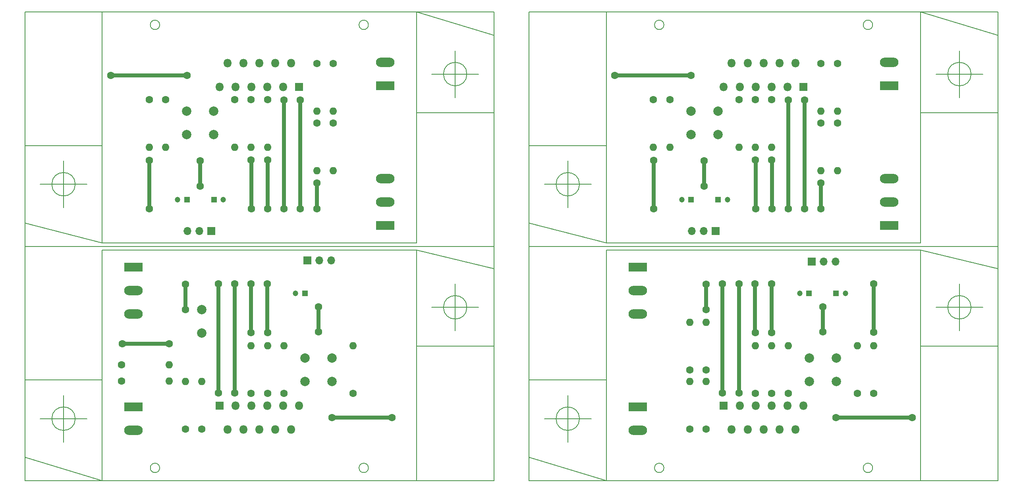
<source format=gbr>
%TF.GenerationSoftware,KiCad,Pcbnew,(6.0.9)*%
%TF.CreationDate,2022-12-17T23:36:50-03:00*%
%TF.ProjectId,Amplifier TDA7269A,416d706c-6966-4696-9572-205444413732,rev?*%
%TF.SameCoordinates,Original*%
%TF.FileFunction,Copper,L2,Bot*%
%TF.FilePolarity,Positive*%
%FSLAX46Y46*%
G04 Gerber Fmt 4.6, Leading zero omitted, Abs format (unit mm)*
G04 Created by KiCad (PCBNEW (6.0.9)) date 2022-12-17 23:36:50*
%MOMM*%
%LPD*%
G01*
G04 APERTURE LIST*
%TA.AperFunction,NonConductor*%
%ADD10C,0.200000*%
%TD*%
%TA.AperFunction,ComponentPad*%
%ADD11C,1.200000*%
%TD*%
%TA.AperFunction,ComponentPad*%
%ADD12R,1.200000X1.200000*%
%TD*%
%TA.AperFunction,ComponentPad*%
%ADD13R,1.700000X1.700000*%
%TD*%
%TA.AperFunction,ComponentPad*%
%ADD14O,1.700000X1.700000*%
%TD*%
%TA.AperFunction,ComponentPad*%
%ADD15C,2.000000*%
%TD*%
%TA.AperFunction,ComponentPad*%
%ADD16O,1.600000X1.600000*%
%TD*%
%TA.AperFunction,ComponentPad*%
%ADD17C,1.600000*%
%TD*%
%TA.AperFunction,ComponentPad*%
%ADD18O,3.960000X1.980000*%
%TD*%
%TA.AperFunction,ComponentPad*%
%ADD19R,3.960000X1.980000*%
%TD*%
%TA.AperFunction,ComponentPad*%
%ADD20O,1.800000X1.800000*%
%TD*%
%TA.AperFunction,ComponentPad*%
%ADD21R,1.800000X1.800000*%
%TD*%
%TA.AperFunction,ViaPad*%
%ADD22C,1.600000*%
%TD*%
%TA.AperFunction,Conductor*%
%ADD23C,0.850000*%
%TD*%
G04 APERTURE END LIST*
D10*
X54000000Y-88500000D02*
G75*
G03*
X54000000Y-88500000I-2500000J0D01*
G01*
X54000000Y-138500000D02*
G75*
G03*
X54000000Y-138500000I-2500000J0D01*
G01*
X126750000Y-151750000D02*
X59750000Y-151750000D01*
X59750000Y-151750000D02*
X59750000Y-102500000D01*
X59750000Y-102500000D02*
X126750000Y-102500000D01*
X126750000Y-102500000D02*
X126750000Y-151750000D01*
X242500000Y-109750000D02*
X242500000Y-119750000D01*
X150750000Y-130250000D02*
X167250000Y-130250000D01*
X242500000Y-60000000D02*
X242500000Y-70000000D01*
X130000000Y-114750000D02*
X140000000Y-114750000D01*
X135000000Y-109750000D02*
X135000000Y-119750000D01*
X179500000Y-54500000D02*
G75*
G03*
X179500000Y-54500000I-1000000J0D01*
G01*
X116500000Y-54500000D02*
G75*
G03*
X116500000Y-54500000I-1000000J0D01*
G01*
X43250000Y-146750000D02*
X59750000Y-151750000D01*
X150750000Y-101750000D02*
X250750000Y-101750000D01*
X46500000Y-138500000D02*
X56500000Y-138500000D01*
X143250000Y-56750000D02*
X126750000Y-51750000D01*
X116500000Y-149000000D02*
G75*
G03*
X116500000Y-149000000I-1000000J0D01*
G01*
X154000000Y-138500000D02*
X164000000Y-138500000D01*
X72000000Y-54500000D02*
G75*
G03*
X72000000Y-54500000I-1000000J0D01*
G01*
X126750000Y-73250000D02*
X143250000Y-73250000D01*
X43250000Y-130250000D02*
X59750000Y-130250000D01*
X245000000Y-114750000D02*
G75*
G03*
X245000000Y-114750000I-2500000J0D01*
G01*
X126750000Y-102500000D02*
X143250000Y-106500000D01*
X143250000Y-123000000D02*
X126750000Y-123000000D01*
X43250000Y-96750000D02*
X59750000Y-101000000D01*
X161500000Y-88500000D02*
G75*
G03*
X161500000Y-88500000I-2500000J0D01*
G01*
X234250000Y-73250000D02*
X250750000Y-73250000D01*
X237500000Y-65000000D02*
X247500000Y-65000000D01*
X159000000Y-83500000D02*
X159000000Y-93500000D01*
X250750000Y-123000000D02*
X234250000Y-123000000D01*
X130000000Y-65000000D02*
X140000000Y-65000000D01*
X150750000Y-96750000D02*
X167250000Y-101000000D01*
X237500000Y-114750000D02*
X247500000Y-114750000D01*
X51500000Y-83500000D02*
X51500000Y-93500000D01*
X51500000Y-133500000D02*
X51500000Y-143500000D01*
X43250000Y-51750000D02*
X143250000Y-51750000D01*
X143250000Y-51750000D02*
X143250000Y-151750000D01*
X143250000Y-151750000D02*
X43250000Y-151750000D01*
X43250000Y-151750000D02*
X43250000Y-51750000D01*
X137500000Y-114750000D02*
G75*
G03*
X137500000Y-114750000I-2500000J0D01*
G01*
X179500000Y-149000000D02*
G75*
G03*
X179500000Y-149000000I-1000000J0D01*
G01*
X43250000Y-101750000D02*
X143250000Y-101750000D01*
X245000000Y-65000000D02*
G75*
G03*
X245000000Y-65000000I-2500000J0D01*
G01*
X135000000Y-60000000D02*
X135000000Y-70000000D01*
X137500000Y-65000000D02*
G75*
G03*
X137500000Y-65000000I-2500000J0D01*
G01*
X159000000Y-133500000D02*
X159000000Y-143500000D01*
X154000000Y-88500000D02*
X164000000Y-88500000D01*
X150750000Y-146750000D02*
X167250000Y-151750000D01*
X224000000Y-54500000D02*
G75*
G03*
X224000000Y-54500000I-1000000J0D01*
G01*
X224000000Y-149000000D02*
G75*
G03*
X224000000Y-149000000I-1000000J0D01*
G01*
X234250000Y-151750000D02*
X167250000Y-151750000D01*
X167250000Y-151750000D02*
X167250000Y-102500000D01*
X167250000Y-102500000D02*
X234250000Y-102500000D01*
X234250000Y-102500000D02*
X234250000Y-151750000D01*
X250750000Y-56750000D02*
X234250000Y-51750000D01*
X234250000Y-102500000D02*
X250750000Y-106500000D01*
X72000000Y-149000000D02*
G75*
G03*
X72000000Y-149000000I-1000000J0D01*
G01*
X150750000Y-80250000D02*
X167250000Y-80250000D01*
X167250000Y-51750000D02*
X234250000Y-51750000D01*
X234250000Y-51750000D02*
X234250000Y-101000000D01*
X234250000Y-101000000D02*
X167250000Y-101000000D01*
X167250000Y-101000000D02*
X167250000Y-51750000D01*
X59750000Y-51750000D02*
X126750000Y-51750000D01*
X126750000Y-51750000D02*
X126750000Y-101000000D01*
X126750000Y-101000000D02*
X59750000Y-101000000D01*
X59750000Y-101000000D02*
X59750000Y-51750000D01*
X46500000Y-88500000D02*
X56500000Y-88500000D01*
X43250000Y-80250000D02*
X59750000Y-80250000D01*
X150750000Y-51750000D02*
X250750000Y-51750000D01*
X250750000Y-51750000D02*
X250750000Y-151750000D01*
X250750000Y-151750000D02*
X150750000Y-151750000D01*
X150750000Y-151750000D02*
X150750000Y-51750000D01*
X161500000Y-138500000D02*
G75*
G03*
X161500000Y-138500000I-2500000J0D01*
G01*
D11*
%TO.P,REF\u002A\u002A,2*%
%TO.N,N/C*%
X218196410Y-111750000D03*
D12*
%TO.P,REF\u002A\u002A,1*%
X216196410Y-111750000D03*
%TD*%
D13*
%TO.P,REF\u002A\u002A,1*%
%TO.N,N/C*%
X210975000Y-105000000D03*
D14*
%TO.P,REF\u002A\u002A,2*%
X213515000Y-105000000D03*
%TO.P,REF\u002A\u002A,3*%
X216055000Y-105000000D03*
%TD*%
%TO.P,REF\u002A\u002A,3*%
%TO.N,N/C*%
X185445000Y-98500000D03*
%TO.P,REF\u002A\u002A,2*%
X187985000Y-98500000D03*
D13*
%TO.P,REF\u002A\u002A,1*%
X190525000Y-98500000D03*
%TD*%
D14*
%TO.P,REF\u002A\u002A,3*%
%TO.N,N/C*%
X77945000Y-98500000D03*
%TO.P,REF\u002A\u002A,2*%
X80485000Y-98500000D03*
D13*
%TO.P,REF\u002A\u002A,1*%
X83025000Y-98500000D03*
%TD*%
%TO.P,REF\u002A\u002A,1*%
%TO.N,N/C*%
X103475000Y-104750000D03*
D14*
%TO.P,REF\u002A\u002A,2*%
X106015000Y-104750000D03*
%TO.P,REF\u002A\u002A,3*%
X108555000Y-104750000D03*
%TD*%
D15*
%TO.P,REF\u002A\u002A,2*%
%TO.N,N/C*%
X185250000Y-77920000D03*
%TO.P,REF\u002A\u002A,1*%
X185250000Y-72920000D03*
%TD*%
%TO.P,REF\u002A\u002A,2*%
%TO.N,N/C*%
X108750000Y-125580000D03*
%TO.P,REF\u002A\u002A,1*%
X108750000Y-130580000D03*
%TD*%
%TO.P,REF\u002A\u002A,2*%
%TO.N,N/C*%
X103000000Y-125580000D03*
%TO.P,REF\u002A\u002A,1*%
X103000000Y-130580000D03*
%TD*%
D16*
%TO.P,REF\u002A\u002A,2*%
%TO.N,N/C*%
X73250000Y-80580000D03*
D17*
%TO.P,REF\u002A\u002A,1*%
X73250000Y-70420000D03*
%TD*%
D15*
%TO.P,REF\u002A\u002A,2*%
%TO.N,N/C*%
X77750000Y-77920000D03*
%TO.P,REF\u002A\u002A,1*%
X77750000Y-72920000D03*
%TD*%
D18*
%TO.P,REF\u002A\u002A,2*%
%TO.N,N/C*%
X173946410Y-141000000D03*
D19*
%TO.P,REF\u002A\u002A,1*%
X173946410Y-136000000D03*
%TD*%
D16*
%TO.P,REF\u002A\u002A,2*%
%TO.N,N/C*%
X105500000Y-85580000D03*
D17*
%TO.P,REF\u002A\u002A,1*%
X105500000Y-75420000D03*
%TD*%
D18*
%TO.P,REF\u002A\u002A,3*%
%TO.N,N/C*%
X173936410Y-116205000D03*
%TO.P,REF\u002A\u002A,2*%
X173936410Y-111205000D03*
D19*
%TO.P,REF\u002A\u002A,1*%
X173936410Y-106205000D03*
%TD*%
D16*
%TO.P,REF\u002A\u002A,2*%
%TO.N,N/C*%
X109000000Y-85580000D03*
D17*
%TO.P,REF\u002A\u002A,1*%
X109000000Y-75420000D03*
%TD*%
D11*
%TO.P,REF\u002A\u002A,2*%
%TO.N,N/C*%
X75803590Y-91750000D03*
D12*
%TO.P,REF\u002A\u002A,1*%
X77803590Y-91750000D03*
%TD*%
D18*
%TO.P,REF\u002A\u002A,3*%
%TO.N,N/C*%
X120063590Y-87295000D03*
%TO.P,REF\u002A\u002A,2*%
X120063590Y-92295000D03*
D19*
%TO.P,REF\u002A\u002A,1*%
X120063590Y-97295000D03*
%TD*%
D16*
%TO.P,REF\u002A\u002A,2*%
%TO.N,N/C*%
X180750000Y-80580000D03*
D17*
%TO.P,REF\u002A\u002A,1*%
X180750000Y-70420000D03*
%TD*%
D16*
%TO.P,REF\u002A\u002A,2*%
%TO.N,N/C*%
X105500000Y-72910000D03*
D17*
%TO.P,REF\u002A\u002A,1*%
X105500000Y-62750000D03*
%TD*%
D18*
%TO.P,REF\u002A\u002A,2*%
%TO.N,N/C*%
X227553590Y-62500000D03*
D19*
%TO.P,REF\u002A\u002A,1*%
X227553590Y-67500000D03*
%TD*%
D11*
%TO.P,REF\u002A\u002A,2*%
%TO.N,N/C*%
X100946410Y-111750000D03*
D12*
%TO.P,REF\u002A\u002A,1*%
X102946410Y-111750000D03*
%TD*%
D16*
%TO.P,REF\u002A\u002A,2*%
%TO.N,N/C*%
X95000000Y-80580000D03*
D17*
%TO.P,REF\u002A\u002A,1*%
X95000000Y-70420000D03*
%TD*%
D15*
%TO.P,REF\u002A\u002A,2*%
%TO.N,N/C*%
X81000000Y-115250000D03*
%TO.P,REF\u002A\u002A,1*%
X81000000Y-120250000D03*
%TD*%
D16*
%TO.P,REF\u002A\u002A,2*%
%TO.N,N/C*%
X91500000Y-80580000D03*
D17*
%TO.P,REF\u002A\u002A,1*%
X91500000Y-70420000D03*
%TD*%
D16*
%TO.P,REF\u002A\u002A,2*%
%TO.N,N/C*%
X199000000Y-80580000D03*
D17*
%TO.P,REF\u002A\u002A,1*%
X199000000Y-70420000D03*
%TD*%
D11*
%TO.P,REF\u002A\u002A,2*%
%TO.N,N/C*%
X193053590Y-91750000D03*
D12*
%TO.P,REF\u002A\u002A,1*%
X191053590Y-91750000D03*
%TD*%
D11*
%TO.P,REF\u002A\u002A,2*%
%TO.N,N/C*%
X85553590Y-91750000D03*
D12*
%TO.P,REF\u002A\u002A,1*%
X83553590Y-91750000D03*
%TD*%
D16*
%TO.P,REF\u002A\u002A,2*%
%TO.N,N/C*%
X109000000Y-72910000D03*
D17*
%TO.P,REF\u002A\u002A,1*%
X109000000Y-62750000D03*
%TD*%
D16*
%TO.P,REF\u002A\u002A,2*%
%TO.N,N/C*%
X74000000Y-130500000D03*
D17*
%TO.P,REF\u002A\u002A,1*%
X63840000Y-130500000D03*
%TD*%
D15*
%TO.P,REF\u002A\u002A,2*%
%TO.N,N/C*%
X83500000Y-77920000D03*
%TO.P,REF\u002A\u002A,1*%
X83500000Y-72920000D03*
%TD*%
%TO.P,REF\u002A\u002A,2*%
%TO.N,N/C*%
X191000000Y-77920000D03*
%TO.P,REF\u002A\u002A,1*%
X191000000Y-72920000D03*
%TD*%
D16*
%TO.P,REF\u002A\u002A,2*%
%TO.N,N/C*%
X77500000Y-130590000D03*
D17*
%TO.P,REF\u002A\u002A,1*%
X77500000Y-140750000D03*
%TD*%
D16*
%TO.P,REF\u002A\u002A,2*%
%TO.N,N/C*%
X74000000Y-127000000D03*
D17*
%TO.P,REF\u002A\u002A,1*%
X63840000Y-127000000D03*
%TD*%
D16*
%TO.P,REF\u002A\u002A,2*%
%TO.N,N/C*%
X98500000Y-122920000D03*
D17*
%TO.P,REF\u002A\u002A,1*%
X98500000Y-133080000D03*
%TD*%
D18*
%TO.P,REF\u002A\u002A,3*%
%TO.N,N/C*%
X227563590Y-87295000D03*
%TO.P,REF\u002A\u002A,2*%
X227563590Y-92295000D03*
D19*
%TO.P,REF\u002A\u002A,1*%
X227563590Y-97295000D03*
%TD*%
D16*
%TO.P,REF\u002A\u002A,2*%
%TO.N,N/C*%
X216500000Y-85580000D03*
D17*
%TO.P,REF\u002A\u002A,1*%
X216500000Y-75420000D03*
%TD*%
D16*
%TO.P,REF\u002A\u002A,2*%
%TO.N,N/C*%
X69750000Y-80580000D03*
D17*
%TO.P,REF\u002A\u002A,1*%
X69750000Y-70420000D03*
%TD*%
D16*
%TO.P,REF\u002A\u002A,2*%
%TO.N,N/C*%
X213000000Y-72910000D03*
D17*
%TO.P,REF\u002A\u002A,1*%
X213000000Y-62750000D03*
%TD*%
D16*
%TO.P,REF\u002A\u002A,2*%
%TO.N,N/C*%
X206000000Y-122920000D03*
D17*
%TO.P,REF\u002A\u002A,1*%
X206000000Y-133080000D03*
%TD*%
D18*
%TO.P,REF\u002A\u002A,2*%
%TO.N,N/C*%
X120053590Y-62500000D03*
D19*
%TO.P,REF\u002A\u002A,1*%
X120053590Y-67500000D03*
%TD*%
D16*
%TO.P,REF\u002A\u002A,2*%
%TO.N,N/C*%
X202500000Y-80580000D03*
D17*
%TO.P,REF\u002A\u002A,1*%
X202500000Y-70420000D03*
%TD*%
D18*
%TO.P,REF\u002A\u002A,3*%
%TO.N,N/C*%
X66436410Y-116205000D03*
%TO.P,REF\u002A\u002A,2*%
X66436410Y-111205000D03*
D19*
%TO.P,REF\u002A\u002A,1*%
X66436410Y-106205000D03*
%TD*%
D11*
%TO.P,REF\u002A\u002A,2*%
%TO.N,N/C*%
X183303590Y-91750000D03*
D12*
%TO.P,REF\u002A\u002A,1*%
X185303590Y-91750000D03*
%TD*%
D16*
%TO.P,REF\u002A\u002A,2*%
%TO.N,N/C*%
X188500000Y-117920000D03*
D17*
%TO.P,REF\u002A\u002A,1*%
X188500000Y-128080000D03*
%TD*%
D16*
%TO.P,REF\u002A\u002A,2*%
%TO.N,N/C*%
X220750000Y-122920000D03*
D17*
%TO.P,REF\u002A\u002A,1*%
X220750000Y-133080000D03*
%TD*%
D16*
%TO.P,REF\u002A\u002A,2*%
%TO.N,N/C*%
X188500000Y-130590000D03*
D17*
%TO.P,REF\u002A\u002A,1*%
X188500000Y-140750000D03*
%TD*%
D16*
%TO.P,REF\u002A\u002A,2*%
%TO.N,N/C*%
X216500000Y-72910000D03*
D17*
%TO.P,REF\u002A\u002A,1*%
X216500000Y-62750000D03*
%TD*%
D16*
%TO.P,REF\u002A\u002A,2*%
%TO.N,N/C*%
X202500000Y-122920000D03*
D17*
%TO.P,REF\u002A\u002A,1*%
X202500000Y-133080000D03*
%TD*%
D16*
%TO.P,REF\u002A\u002A,2*%
%TO.N,N/C*%
X224250000Y-122920000D03*
D17*
%TO.P,REF\u002A\u002A,1*%
X224250000Y-133080000D03*
%TD*%
D16*
%TO.P,REF\u002A\u002A,2*%
%TO.N,N/C*%
X213000000Y-85580000D03*
D17*
%TO.P,REF\u002A\u002A,1*%
X213000000Y-75420000D03*
%TD*%
D15*
%TO.P,REF\u002A\u002A,2*%
%TO.N,N/C*%
X216250000Y-125580000D03*
%TO.P,REF\u002A\u002A,1*%
X216250000Y-130580000D03*
%TD*%
D20*
%TO.P,TDA7265,11*%
%TO.N,N/C*%
X101750000Y-135750000D03*
%TO.P,TDA7265,10*%
X100050000Y-140830000D03*
%TO.P,TDA7265,9*%
X98350000Y-135750000D03*
%TO.P,TDA7265,8*%
X96650000Y-140830000D03*
%TO.P,TDA7265,7*%
X94950000Y-135750000D03*
%TO.P,TDA7265,6*%
X93250000Y-140830000D03*
%TO.P,TDA7265,5*%
X91550000Y-135750000D03*
%TO.P,TDA7265,4*%
X89850000Y-140830000D03*
%TO.P,TDA7265,3*%
X88150000Y-135750000D03*
%TO.P,TDA7265,2*%
X86450000Y-140830000D03*
D21*
%TO.P,TDA7265,1*%
X84750000Y-135750000D03*
%TD*%
D16*
%TO.P,REF\u002A\u002A,2*%
%TO.N,N/C*%
X91500000Y-122920000D03*
D17*
%TO.P,REF\u002A\u002A,1*%
X91500000Y-133080000D03*
%TD*%
D16*
%TO.P,REF\u002A\u002A,2*%
%TO.N,N/C*%
X113250000Y-122920000D03*
D17*
%TO.P,REF\u002A\u002A,1*%
X113250000Y-133080000D03*
%TD*%
D16*
%TO.P,REF\u002A\u002A,2*%
%TO.N,N/C*%
X177250000Y-80580000D03*
D17*
%TO.P,REF\u002A\u002A,1*%
X177250000Y-70420000D03*
%TD*%
D18*
%TO.P,REF\u002A\u002A,2*%
%TO.N,N/C*%
X66446410Y-141000000D03*
D19*
%TO.P,REF\u002A\u002A,1*%
X66446410Y-136000000D03*
%TD*%
D20*
%TO.P,TDA7269A,11*%
%TO.N,N/C*%
X209250000Y-135750000D03*
%TO.P,TDA7269A,10*%
X207550000Y-140830000D03*
%TO.P,TDA7269A,9*%
X205850000Y-135750000D03*
%TO.P,TDA7269A,8*%
X204150000Y-140830000D03*
%TO.P,TDA7269A,7*%
X202450000Y-135750000D03*
%TO.P,TDA7269A,6*%
X200750000Y-140830000D03*
%TO.P,TDA7269A,5*%
X199050000Y-135750000D03*
%TO.P,TDA7269A,4*%
X197350000Y-140830000D03*
%TO.P,TDA7269A,3*%
X195650000Y-135750000D03*
%TO.P,TDA7269A,2*%
X193950000Y-140830000D03*
D21*
%TO.P,TDA7269A,1*%
X192250000Y-135750000D03*
%TD*%
D16*
%TO.P,REF\u002A\u002A,2*%
%TO.N,N/C*%
X88000000Y-80580000D03*
D17*
%TO.P,REF\u002A\u002A,1*%
X88000000Y-70420000D03*
%TD*%
D20*
%TO.P,TDA7269A,11*%
%TO.N,N/C*%
X192250000Y-67750000D03*
%TO.P,TDA7269A,10*%
X193950000Y-62670000D03*
%TO.P,TDA7269A,9*%
X195650000Y-67750000D03*
%TO.P,TDA7269A,8*%
X197350000Y-62670000D03*
%TO.P,TDA7269A,7*%
X199050000Y-67750000D03*
%TO.P,TDA7269A,6*%
X200750000Y-62670000D03*
%TO.P,TDA7269A,5*%
X202450000Y-67750000D03*
%TO.P,TDA7269A,4*%
X204150000Y-62670000D03*
%TO.P,TDA7269A,3*%
X205850000Y-67750000D03*
%TO.P,TDA7269A,2*%
X207550000Y-62670000D03*
D21*
%TO.P,TDA7269A,1*%
X209250000Y-67750000D03*
%TD*%
D16*
%TO.P,REF\u002A\u002A,2*%
%TO.N,N/C*%
X95000000Y-122920000D03*
D17*
%TO.P,REF\u002A\u002A,1*%
X95000000Y-133080000D03*
%TD*%
D16*
%TO.P,REF\u002A\u002A,2*%
%TO.N,N/C*%
X195500000Y-80580000D03*
D17*
%TO.P,REF\u002A\u002A,1*%
X195500000Y-70420000D03*
%TD*%
D15*
%TO.P,REF\u002A\u002A,2*%
%TO.N,N/C*%
X210500000Y-125580000D03*
%TO.P,REF\u002A\u002A,1*%
X210500000Y-130580000D03*
%TD*%
D16*
%TO.P,REF\u002A\u002A,2*%
%TO.N,N/C*%
X81000000Y-130590000D03*
D17*
%TO.P,REF\u002A\u002A,1*%
X81000000Y-140750000D03*
%TD*%
D16*
%TO.P,REF\u002A\u002A,2*%
%TO.N,N/C*%
X199000000Y-122920000D03*
D17*
%TO.P,REF\u002A\u002A,1*%
X199000000Y-133080000D03*
%TD*%
D20*
%TO.P,TDA7269A,11*%
%TO.N,N/C*%
X84750000Y-67750000D03*
%TO.P,TDA7269A,10*%
X86450000Y-62670000D03*
%TO.P,TDA7269A,9*%
X88150000Y-67750000D03*
%TO.P,TDA7269A,8*%
X89850000Y-62670000D03*
%TO.P,TDA7269A,7*%
X91550000Y-67750000D03*
%TO.P,TDA7269A,6*%
X93250000Y-62670000D03*
%TO.P,TDA7269A,5*%
X94950000Y-67750000D03*
%TO.P,TDA7269A,4*%
X96650000Y-62670000D03*
%TO.P,TDA7269A,3*%
X98350000Y-67750000D03*
%TO.P,TDA7269A,2*%
X100050000Y-62670000D03*
D21*
%TO.P,TDA7269A,1*%
X101750000Y-67750000D03*
%TD*%
D16*
%TO.P,REF\u002A\u002A,2*%
%TO.N,N/C*%
X185000000Y-130590000D03*
D17*
%TO.P,REF\u002A\u002A,1*%
X185000000Y-140750000D03*
%TD*%
D11*
%TO.P,REF\u002A\u002A,2*%
%TO.N,N/C*%
X208446410Y-111750000D03*
D12*
%TO.P,REF\u002A\u002A,1*%
X210446410Y-111750000D03*
%TD*%
D16*
%TO.P,REF\u002A\u002A,2*%
%TO.N,N/C*%
X185000000Y-117920000D03*
D17*
%TO.P,REF\u002A\u002A,1*%
X185000000Y-128080000D03*
%TD*%
D22*
%TO.N,*%
X213392820Y-120000000D03*
X199000000Y-83348205D03*
X232446410Y-138250000D03*
X213000000Y-88250000D03*
X84500000Y-133000000D03*
X195500000Y-109750000D03*
X102000000Y-93750000D03*
X188107180Y-88892820D03*
X84500000Y-109750000D03*
X102000000Y-70500000D03*
X206000000Y-70500000D03*
X199000000Y-120151795D03*
X206000000Y-93750000D03*
X105892820Y-120000000D03*
X177303590Y-83401795D03*
X77500000Y-115250000D03*
X80607180Y-83500000D03*
X213392820Y-114607180D03*
X209500000Y-70500000D03*
X88000000Y-133000000D03*
X69803590Y-83401795D03*
X69803590Y-93750000D03*
X199053590Y-93750000D03*
X74000000Y-122500000D03*
X91500000Y-83348205D03*
X185303590Y-65250000D03*
X202446410Y-109750000D03*
X192000000Y-133000000D03*
X77803590Y-65250000D03*
X95000000Y-83348205D03*
X105500000Y-88250000D03*
X64000000Y-122500000D03*
X195500000Y-133000000D03*
X213000000Y-93705000D03*
X91553590Y-93750000D03*
X209500000Y-93750000D03*
X188500000Y-115250000D03*
X77500000Y-109795000D03*
X95053590Y-93750000D03*
X202500000Y-83348205D03*
X188500000Y-109795000D03*
X202500000Y-120151795D03*
X88000000Y-109750000D03*
X91500000Y-120151795D03*
X202553590Y-93750000D03*
X169053590Y-65250000D03*
X98500000Y-70500000D03*
X91446410Y-109750000D03*
X108696410Y-138250000D03*
X95000000Y-120151795D03*
X224196410Y-109750000D03*
X177303590Y-93750000D03*
X80607180Y-88892820D03*
X188107180Y-83500000D03*
X98500000Y-93750000D03*
X61553590Y-65250000D03*
X224196410Y-120098205D03*
X216196410Y-138250000D03*
X198946410Y-109750000D03*
X121500000Y-138250000D03*
X105500000Y-93705000D03*
X94946410Y-109750000D03*
X105892820Y-114607180D03*
X192000000Y-109750000D03*
%TD*%
D23*
%TO.N,*%
X108696410Y-138250000D02*
X121500000Y-138250000D01*
X91500000Y-83348205D02*
X91553590Y-83401795D01*
X198946410Y-120098205D02*
X198946410Y-109750000D01*
X98500000Y-93750000D02*
X98500000Y-70500000D01*
X206000000Y-93750000D02*
X206000000Y-70500000D01*
X95000000Y-83348205D02*
X95053590Y-83401795D01*
X69803590Y-83401795D02*
X69803590Y-93750000D01*
X94946410Y-120098205D02*
X94946410Y-109750000D01*
X202500000Y-83348205D02*
X202553590Y-83401795D01*
X88000000Y-109750000D02*
X88000000Y-133000000D01*
X199000000Y-120151795D02*
X198946410Y-120098205D01*
X209500000Y-93750000D02*
X209500000Y-70500000D01*
X216196410Y-138250000D02*
X232446410Y-138250000D01*
X91500000Y-120151795D02*
X91446410Y-120098205D01*
X102000000Y-93750000D02*
X102000000Y-70500000D01*
X77500000Y-109795000D02*
X77500000Y-115250000D01*
X188107180Y-88892820D02*
X188107180Y-83500000D01*
X195500000Y-109750000D02*
X195500000Y-133000000D01*
X105500000Y-88250000D02*
X105500000Y-93705000D01*
X192000000Y-109750000D02*
X192000000Y-133000000D01*
X185303590Y-65250000D02*
X169053590Y-65250000D01*
X95053590Y-83401795D02*
X95053590Y-93750000D01*
X224196410Y-120098205D02*
X224196410Y-109750000D01*
X177303590Y-83401795D02*
X177303590Y-93750000D01*
X91553590Y-83401795D02*
X91553590Y-93750000D01*
X74000000Y-122500000D02*
X64000000Y-122500000D01*
X91446410Y-120098205D02*
X91446410Y-109750000D01*
X213000000Y-88250000D02*
X213000000Y-93705000D01*
X202446410Y-120098205D02*
X202446410Y-109750000D01*
X199000000Y-83348205D02*
X199053590Y-83401795D01*
X213392820Y-114607180D02*
X213392820Y-120000000D01*
X188500000Y-115250000D02*
X188500000Y-109795000D01*
X199053590Y-83401795D02*
X199053590Y-93750000D01*
X202500000Y-120151795D02*
X202446410Y-120098205D01*
X95000000Y-120151795D02*
X94946410Y-120098205D01*
X77803590Y-65250000D02*
X61553590Y-65250000D01*
X105892820Y-114607180D02*
X105892820Y-120000000D01*
X202553590Y-83401795D02*
X202553590Y-93750000D01*
X80607180Y-88892820D02*
X80607180Y-83500000D01*
X84500000Y-109750000D02*
X84500000Y-133000000D01*
%TD*%
M02*

</source>
